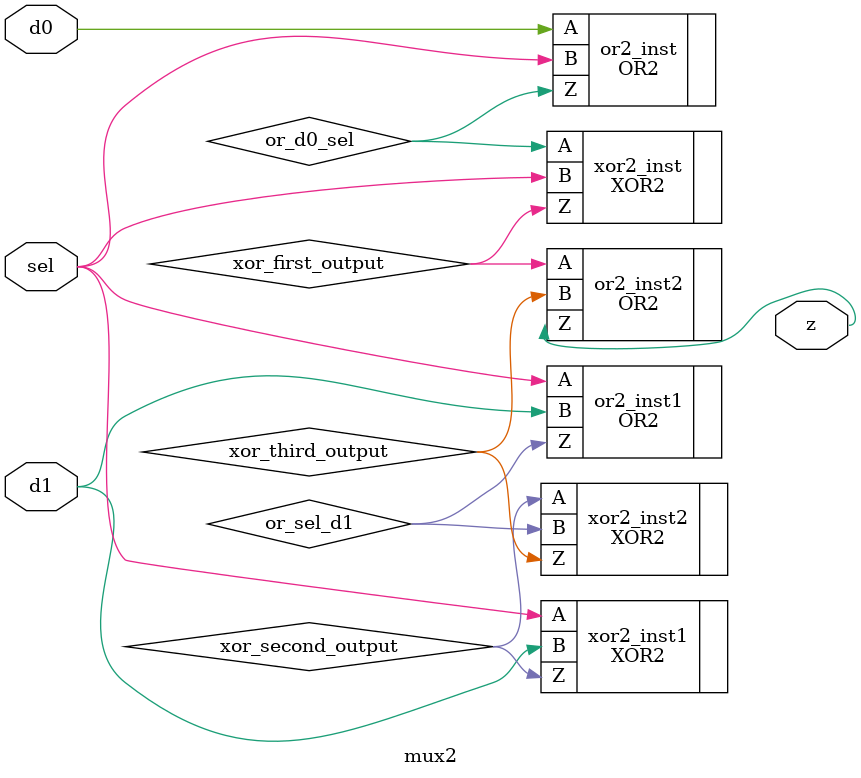
<source format=sv>
module mux2 (
    input logic d0,          // Data input 0
    input logic d1,          // Data input 1
    input logic sel,         // Select input
    output logic z           // Output
);

// Put your code here
// ------------------
logic or_d0_sel;
logic xor_first_output;
logic xor_second_output;
logic xor_third_output;
logic or_sel_d1;

OR2 #(
		.Tpdlh(2),
		.Tpdhl(6)
	) or2_inst(
	.Z(or_d0_sel),
	.A(d0),
	.B(sel)
);

XOR2 #(
		.Tpdlh(8),
		.Tpdhl(2)
	) xor2_inst(
	.Z(xor_first_output),
	.A(or_d0_sel),
	.B(sel)
);

XOR2 #(
		.Tpdlh(8),
		.Tpdhl(2)
	) xor2_inst1(
	.Z(xor_second_output),
	.A(sel),
	.B(d1)
);

OR2 #(
		.Tpdlh(2),
		.Tpdhl(6)
	) or2_inst1(
	.Z(or_sel_d1),
	.A(sel),
	.B(d1)
);

XOR2 #(
		.Tpdlh(8),
		.Tpdhl(2)
	) xor2_inst2(
	.Z(xor_third_output),
	.A(xor_second_output),
	.B(or_sel_d1)
);	

OR2 #(
		.Tpdlh(2),
		.Tpdhl(6)
	) or2_inst2(
	.Z(z),
	.A(xor_first_output),
	.B(xor_third_output)
);


// End of your code

endmodule

</source>
